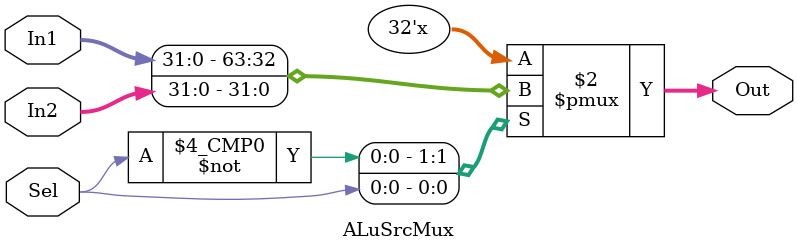
<source format=v>
module ALuSrcMux (In1,In2,Sel,Out);
	input [31:0] In1, In2;           // two 32-bit inputs
	input Sel; 				 // selector signal 2 bits
	output reg [31:0] Out; 			 // 32-bit output
	always @(Sel,In1, In2)
		case (Sel) 					
			0: Out =  In1;			
			1: Out =  In2;			
		endcase
		// initial
		// $display("ALuSrcMux out = %d", Out);
endmodule

</source>
